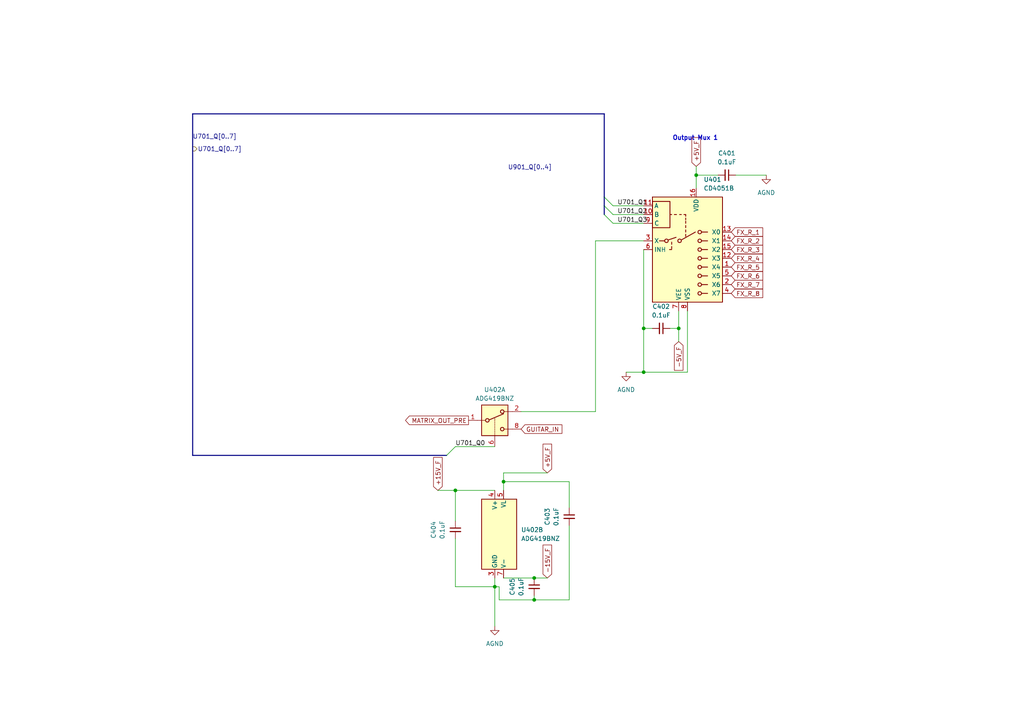
<source format=kicad_sch>
(kicad_sch (version 20250114) (generator "eeschema") (generator_version "9.0")
  (paper "A4")
  (lib_symbols
    (symbol "Analog_Switch:ADG419BN" (pin_names (offset 0.254))
      (property "Reference" "U" (at -3.175 7.493 0))
      (property "Value" "ADG419BN" (at -3.175 5.715 0))
      (symbol "ADG419BN_1_1"
        (polyline (pts (xy -5.08 0) (xy -2.794 0)))
        (rectangle (start -3.81 4.445) (end 3.81 -4.445) (stroke (width 0.254)) (fill (type background)))
        (circle (center -2.159 0) (radius 0.508) (stroke (width 0.254)))
        (polyline (pts (xy -1.651 0.127) (xy 2.54 1.905)) (stroke (width 0.254)))
        (polyline (pts (xy 0 0.254) (xy 0 0.508)))
        (polyline (pts (xy 0 0.254) (xy 0 0.508)))
        (polyline (pts (xy 0 -0.254) (xy 0 0)))
        (polyline (pts (xy 0 -0.762) (xy 0 -0.508)))
        (polyline (pts (xy 0 -1.27) (xy 0 -1.016)))
        (polyline (pts (xy 0 -1.778) (xy 0 -1.524)))
        (polyline (pts (xy 0 -2.286) (xy 0 -2.032)))
        (polyline (pts (xy 0 -2.794) (xy 0 -2.54)))
        (polyline (pts (xy 0 -3.302) (xy 0 -3.048)))
        (polyline (pts (xy 0 -3.81) (xy 0 -3.556)))
        (polyline (pts (xy 0 -4.318) (xy 0 -4.064)))
        (polyline (pts (xy 0 -5.08) (xy 0 -4.572)))
        (circle (center 2.159 2.54) (radius 0.508) (stroke (width 0.254)))
        (circle (center 2.159 -2.54) (radius 0.508) (stroke (width 0.254)))
        (polyline (pts (xy 5.08 2.54) (xy 2.794 2.54)))
        (polyline (pts (xy 5.08 -2.54) (xy 2.794 -2.54)))
        (pin passive line (at -7.62 0 0) (length 2.54) (name "~") (number "1"))
        (pin input line (at 0 -7.62 90) (length 2.54) (name "~") (number "6"))
        (pin passive line (at 7.62 2.54 180) (length 2.54) (name "~") (number "2"))
        (pin passive line (at 7.62 -2.54 180) (length 2.54) (name "~") (number "8"))
      )
      (symbol "ADG419BN_2_0"
        (pin power_in line (at 0 12.7 270) (length 2.54) (name "V+") (number "4"))
        (pin power_in line (at 0 -12.7 90) (length 2.54) (name "GND") (number "3"))
        (pin power_in line (at 2.54 12.7 270) (length 2.54) (name "VL") (number "5"))
        (pin power_in line (at 2.54 -12.7 90) (length 2.54) (name "V-") (number "7"))
      )
      (symbol "ADG419BN_2_1"
        (rectangle (start -3.81 10.16) (end 6.35 -10.16) (stroke (width 0.254)) (fill (type background)))
      )
    )
    (symbol "Analog_Switch:CD4051B"
      (property "Reference" "U" (at -10.16 16.51 0))
      (property "Value" "CD4051B" (at 3.81 16.51 0))
      (symbol "CD4051B_0_1"
        (rectangle (start -10.16 15.24) (end 10.16 -15.24) (stroke (width 0.254)) (fill (type background)))
        (rectangle (start -10.16 6.35) (end -5.08 13.97) (stroke (width 0.254)))
        (polyline (pts (xy -8.128 2.54) (xy -6.604 2.54)) (stroke (width 0.254)))
        (circle (center -6.096 2.54) (radius 0.508) (stroke (width 0.254)))
        (polyline (pts (xy -5.588 2.794) (xy -3.302 3.556)) (stroke (width 0.254)))
        (polyline (pts (xy -4.572 10.16) (xy -5.08 10.16)) (stroke (width 0.254)))
        (polyline (pts (xy -4.572 1.524) (xy -4.572 2.159)) (stroke (width 0.254)))
        (polyline (pts (xy -4.572 0.254) (xy -4.572 0.889)) (stroke (width 0.254)))
        (polyline (pts (xy -4.572 0) (xy -5.207 0)) (stroke (width 0.254)))
        (polyline (pts (xy -3.81 10.16) (xy -3.175 10.16)) (stroke (width 0.254)))
        (circle (center -2.286 2.54) (radius 0.508) (stroke (width 0.254)))
        (polyline (pts (xy -1.778 10.16) (xy -2.286 10.16)) (stroke (width 0.254)))
        (polyline (pts (xy -1.778 2.794) (xy 2.286 5.08)) (stroke (width 0.254)))
        (polyline (pts (xy -0.508 10.16) (xy -1.016 10.16)) (stroke (width 0.254)))
        (polyline (pts (xy -0.508 9.652) (xy -0.508 10.16)) (stroke (width 0.254)))
        (polyline (pts (xy -0.508 8.636) (xy -0.508 9.144)) (stroke (width 0.254)))
        (polyline (pts (xy -0.508 7.62) (xy -0.508 8.255)) (stroke (width 0.254)))
        (polyline (pts (xy -0.508 6.35) (xy -0.508 6.985)) (stroke (width 0.254)))
        (polyline (pts (xy -0.508 5.08) (xy -0.508 5.715)) (stroke (width 0.254)))
        (polyline (pts (xy -0.508 3.81) (xy -0.508 4.445)) (stroke (width 0.254)))
        (circle (center 3.556 5.08) (radius 0.508) (stroke (width 0.254)))
        (circle (center 3.556 2.54) (radius 0.508) (stroke (width 0.254)))
        (circle (center 3.556 0) (radius 0.508) (stroke (width 0.254)))
        (circle (center 3.556 -2.54) (radius 0.508) (stroke (width 0.254)))
        (circle (center 3.556 -5.08) (radius 0.508) (stroke (width 0.254)))
        (circle (center 3.556 -7.62) (radius 0.508) (stroke (width 0.254)))
        (circle (center 3.556 -10.16) (radius 0.508) (stroke (width 0.254)))
        (circle (center 3.556 -12.7) (radius 0.508) (stroke (width 0.254)))
        (polyline (pts (xy 4.064 5.08) (xy 5.842 5.08)) (stroke (width 0.254)))
        (polyline (pts (xy 4.064 2.54) (xy 5.842 2.54)) (stroke (width 0.254)))
        (polyline (pts (xy 4.064 0) (xy 5.842 0)) (stroke (width 0.254)))
        (polyline (pts (xy 4.064 -2.54) (xy 5.842 -2.54)) (stroke (width 0.254)))
        (polyline (pts (xy 4.064 -5.08) (xy 5.842 -5.08)) (stroke (width 0.254)))
        (polyline (pts (xy 4.064 -7.62) (xy 5.842 -7.62)) (stroke (width 0.254)))
        (polyline (pts (xy 4.064 -10.16) (xy 5.842 -10.16)) (stroke (width 0.254)))
        (polyline (pts (xy 4.064 -12.7) (xy 5.842 -12.7)) (stroke (width 0.254)))
      )
      (symbol "CD4051B_1_1"
        (pin input line (at -12.7 12.7 0) (length 2.54) (name "A") (number "11"))
        (pin input line (at -12.7 10.16 0) (length 2.54) (name "B") (number "10"))
        (pin input line (at -12.7 7.62 0) (length 2.54) (name "C") (number "9"))
        (pin bidirectional line (at -12.7 2.54 0) (length 2.54) (name "X") (number "3"))
        (pin input line (at -12.7 0 0) (length 2.54) (name "INH") (number "6"))
        (pin power_in line (at -2.54 -17.78 90) (length 2.54) (name "VEE") (number "7"))
        (pin power_in line (at 0 -17.78 90) (length 2.54) (name "VSS") (number "8"))
        (pin power_in line (at 2.54 17.78 270) (length 2.54) (name "VDD") (number "16"))
        (pin bidirectional line (at 12.7 5.08 180) (length 2.54) (name "X0") (number "13"))
        (pin bidirectional line (at 12.7 2.54 180) (length 2.54) (name "X1") (number "14"))
        (pin bidirectional line (at 12.7 0 180) (length 2.54) (name "X2") (number "15"))
        (pin bidirectional line (at 12.7 -2.54 180) (length 2.54) (name "X3") (number "12"))
        (pin bidirectional line (at 12.7 -5.08 180) (length 2.54) (name "X4") (number "1"))
        (pin bidirectional line (at 12.7 -7.62 180) (length 2.54) (name "X5") (number "5"))
        (pin bidirectional line (at 12.7 -10.16 180) (length 2.54) (name "X6") (number "2"))
        (pin bidirectional line (at 12.7 -12.7 180) (length 2.54) (name "X7") (number "4"))
      )
    )
    (symbol "Device:C_Small" (pin_numbers (hide yes)) (pin_names (offset 0.254) (hide yes))
      (property "Reference" "C" (at 0.254 1.778 0))
      (property "Value" "C_Small" (at 0.254 -2.032 0))
      (symbol "C_Small_0_1"
        (polyline (pts (xy -1.524 0.508) (xy 1.524 0.508)) (stroke (width 0.3048)))
        (polyline (pts (xy -1.524 -0.508) (xy 1.524 -0.508)) (stroke (width 0.3302)))
      )
      (symbol "C_Small_1_1"
        (pin passive line (at 0 2.54 270) (length 2.032) (name "~") (number "1"))
        (pin passive line (at 0 -2.54 90) (length 2.032) (name "~") (number "2"))
      )
    )
    (symbol "power:GND" (power) (pin_numbers (hide yes)) (pin_names (offset 0) (hide yes))
      (property "Value" "GND" (at 0 -3.81 0))
      (symbol "GND_0_1"
        (polyline (pts (xy 0 0) (xy 0 -1.27) (xy 1.27 -1.27) (xy 0 -2.54) (xy -1.27 -1.27) (xy 0 -1.27)))
      )
      (symbol "GND_1_1"
        (pin power_in line (at 0 0 270) (length 0) (name "~") (number "1"))
      )
    )
  )
  (text "Output Mux 1" (at 201.676 40.132 0) (effects (font (size 1.27 1.27) (thickness 0.254) (bold yes))))
  (junction (at 143.51 170.18))
  (junction (at 146.05 139.7))
  (junction (at 186.69 95.25))
  (junction (at 154.94 167.64))
  (junction (at 154.94 173.99))
  (junction (at 201.93 50.8))
  (junction (at 132.08 142.24))
  (junction (at 196.85 95.25))
  (junction (at 186.69 107.95))
  (bus_entry (at 175.26 62.23) (size 2.54 2.54))
  (bus_entry (at 129.54 132.08) (size 2.54 -2.54))
  (bus_entry (at 175.26 59.69) (size 2.54 2.54))
  (bus_entry (at 175.26 57.15) (size 2.54 2.54))
  (wire (pts (xy 143.51 170.18) (xy 143.51 181.61)))
  (wire (pts (xy 146.05 137.16) (xy 146.05 139.7)))
  (wire (pts (xy 172.72 69.85) (xy 172.72 119.38)))
  (wire (pts (xy 186.69 95.25) (xy 189.23 95.25)))
  (wire (pts (xy 165.1 152.4) (xy 165.1 173.99)))
  (wire (pts (xy 132.08 142.24) (xy 143.51 142.24)))
  (wire (pts (xy 172.72 119.38) (xy 151.13 119.38)))
  (wire (pts (xy 186.69 107.95) (xy 199.39 107.95)))
  (bus (pts (xy 55.88 33.02) (xy 55.88 132.08)))
  (bus (pts (xy 175.26 59.69) (xy 175.26 62.23)))
  (wire (pts (xy 146.05 139.7) (xy 146.05 142.24)))
  (wire (pts (xy 201.93 48.26) (xy 201.93 50.8)))
  (wire (pts (xy 165.1 139.7) (xy 146.05 139.7)))
  (wire (pts (xy 132.08 170.18) (xy 143.51 170.18)))
  (wire (pts (xy 132.08 129.54) (xy 143.51 129.54)))
  (wire (pts (xy 196.85 95.25) (xy 196.85 90.17)))
  (wire (pts (xy 201.93 50.8) (xy 201.93 54.61)))
  (wire (pts (xy 213.36 50.8) (xy 222.25 50.8)))
  (wire (pts (xy 186.69 69.85) (xy 172.72 69.85)))
  (wire (pts (xy 143.51 167.64) (xy 143.51 170.18)))
  (wire (pts (xy 154.94 167.64) (xy 146.05 167.64)))
  (wire (pts (xy 186.69 72.39) (xy 186.69 95.25)))
  (bus (pts (xy 55.88 33.02) (xy 175.26 33.02)))
  (wire (pts (xy 186.69 95.25) (xy 186.69 107.95)))
  (wire (pts (xy 127 142.24) (xy 132.08 142.24)))
  (bus (pts (xy 175.26 33.02) (xy 175.26 57.15)))
  (wire (pts (xy 177.8 59.69) (xy 186.69 59.69)))
  (bus (pts (xy 175.26 57.15) (xy 175.26 59.69)))
  (wire (pts (xy 144.78 173.99) (xy 144.78 170.18)))
  (wire (pts (xy 196.85 99.06) (xy 196.85 95.25)))
  (wire (pts (xy 154.94 172.72) (xy 154.94 173.99)))
  (wire (pts (xy 165.1 147.32) (xy 165.1 139.7)))
  (wire (pts (xy 199.39 90.17) (xy 199.39 107.95)))
  (bus (pts (xy 129.54 132.08) (xy 55.88 132.08)))
  (wire (pts (xy 181.61 107.95) (xy 186.69 107.95)))
  (wire (pts (xy 132.08 156.21) (xy 132.08 170.18)))
  (wire (pts (xy 177.8 64.77) (xy 186.69 64.77)))
  (wire (pts (xy 177.8 62.23) (xy 186.69 62.23)))
  (wire (pts (xy 144.78 170.18) (xy 143.51 170.18)))
  (wire (pts (xy 158.75 167.64) (xy 154.94 167.64)))
  (wire (pts (xy 154.94 173.99) (xy 144.78 173.99)))
  (wire (pts (xy 158.75 137.16) (xy 146.05 137.16)))
  (wire (pts (xy 165.1 173.99) (xy 154.94 173.99)))
  (wire (pts (xy 194.31 95.25) (xy 196.85 95.25)))
  (wire (pts (xy 201.93 50.8) (xy 208.28 50.8)))
  (wire (pts (xy 132.08 142.24) (xy 132.08 151.13)))
  (label "U901_Q[0..4]" (at 147.32 49.53 0))
  (label "U701_Q2" (at 179.07 62.23 0))
  (label "U701_Q0" (at 132.08 129.54 0))
  (label "U701_Q1" (at 179.07 59.69 0))
  (label "U701_Q[0..7]" (at 55.88 40.64 0))
  (label "U701_Q3" (at 179.07 64.77 0))
  (global_label "FX_R_7" (shape input) (at 212.09 82.55 0) (property "Intersheetrefs" "${INTERSHEET_REFS}" (effects (hide yes))))
  (global_label "+5V_F" (shape input) (at 158.75 137.16 90) (property "Intersheetrefs" "${INTERSHEET_REFS}" (effects (hide yes))))
  (global_label "FX_R_3" (shape input) (at 212.09 72.39 0) (property "Intersheetrefs" "${INTERSHEET_REFS}" (effects (hide yes))))
  (global_label "FX_R_8" (shape input) (at 212.09 85.09 0) (property "Intersheetrefs" "${INTERSHEET_REFS}" (effects (hide yes))))
  (global_label "-5V_F" (shape input) (at 196.85 99.06 270) (property "Intersheetrefs" "${INTERSHEET_REFS}" (effects (hide yes))))
  (global_label "FX_R_6" (shape input) (at 212.09 80.01 0) (property "Intersheetrefs" "${INTERSHEET_REFS}" (effects (hide yes))))
  (global_label "+5V_F" (shape input) (at 201.93 48.26 90) (property "Intersheetrefs" "${INTERSHEET_REFS}" (effects (hide yes))))
  (global_label "FX_R_5" (shape input) (at 212.09 77.47 0) (property "Intersheetrefs" "${INTERSHEET_REFS}" (effects (hide yes))))
  (global_label "MATRIX_OUT_PRE" (shape output) (at 135.89 121.92 180) (property "Intersheetrefs" "${INTERSHEET_REFS}" (effects (hide yes))))
  (global_label "GUITAR_IN" (shape input) (at 151.13 124.46 0) (property "Intersheetrefs" "${INTERSHEET_REFS}" (effects (hide yes))))
  (global_label "FX_R_1" (shape input) (at 212.09 67.31 0) (property "Intersheetrefs" "${INTERSHEET_REFS}" (effects (hide yes))))
  (global_label "FX_R_2" (shape input) (at 212.09 69.85 0) (property "Intersheetrefs" "${INTERSHEET_REFS}" (effects (hide yes))))
  (global_label "+15V_F" (shape input) (at 127 142.24 90) (property "Intersheetrefs" "${INTERSHEET_REFS}" (effects (hide yes))))
  (global_label "-15V_F" (shape input) (at 158.75 167.64 90) (property "Intersheetrefs" "${INTERSHEET_REFS}" (effects (hide yes))))
  (global_label "FX_R_4" (shape input) (at 212.09 74.93 0) (property "Intersheetrefs" "${INTERSHEET_REFS}" (effects (hide yes))))
  (hierarchical_label "U701_Q[0..7]" (shape output) (at 55.88 43.18 0))
  (symbol (lib_id "Device:C_Small") (at 132.08 153.67 0) (unit 1)
    (property "Reference" "C404" (at 125.73 153.6764 90))
    (property "Value" "0.1uF" (at 128.27 153.6764 90))
    (property "Footprint" "Capacitor_THT:C_Disc_D5.0mm_W2.5mm_P2.50mm" (effects (hide yes)))
    (property "Description" "Unpolarized capacitor, small symbol" (effects (hide yes)))
  )
  (symbol (lib_id "Analog_Switch:ADG419BN") (at 143.51 121.92 0) (unit 1)
    (property "Reference" "U402" (at 143.51 113.03 0))
    (property "Value" "ADG419BNZ" (at 143.51 115.57 0))
    (property "Footprint" "Package_DIP:DIP-8_W7.62mm" (effects (hide yes)))
    (property "Datasheet" "https://www.analog.com/media/en/technical-documentation/data-sheets/ADG419.pdf" (effects (hide yes)))
    (property "Description" "Single SPDT Monolithic LC²MOS Analog Switch, 25Ohm Ron, DIP-8" (effects (hide yes)))
  )
  (symbol (lib_id "Analog_Switch:ADG419BN") (at 143.51 154.94 0) (unit 2)
    (property "Reference" "U402" (at 151.13 153.6699 0) (effects (justify left)))
    (property "Value" "ADG419BNZ" (at 151.13 156.2099 0) (effects (justify left)))
    (property "Footprint" "Package_DIP:DIP-8_W7.62mm" (effects (hide yes)))
    (property "Datasheet" "https://www.analog.com/media/en/technical-documentation/data-sheets/ADG419.pdf" (effects (hide yes)))
    (property "Description" "Single SPDT Monolithic LC²MOS Analog Switch, 25Ohm Ron, DIP-8" (effects (hide yes)))
  )
  (symbol (lib_id "power:GND") (at 222.25 50.8 0) (unit 1)
    (property "Reference" "#PWR0401" (effects (hide yes)))
    (property "Value" "AGND" (at 222.25 55.88 0))
    (property "Description" "Power symbol creates a global label with name \"GND\" , ground" (effects (hide yes)))
  )
  (symbol (lib_id "power:GND") (at 143.51 181.61 0) (unit 1)
    (property "Reference" "#PWR0403" (effects (hide yes)))
    (property "Value" "AGND" (at 143.51 186.69 0))
    (property "Description" "Power symbol creates a global label with name \"GND\" , ground" (effects (hide yes)))
  )
  (symbol (lib_id "Device:C_Small") (at 191.77 95.25 270) (unit 1)
    (property "Reference" "C402" (at 191.7636 88.9 90))
    (property "Value" "0.1uF" (at 191.7636 91.44 90))
    (property "Footprint" "Capacitor_THT:C_Disc_D5.0mm_W2.5mm_P2.50mm" (effects (hide yes)))
    (property "Description" "Unpolarized capacitor, small symbol" (effects (hide yes)))
  )
  (symbol (lib_id "Device:C_Small") (at 154.94 170.18 0) (unit 1)
    (property "Reference" "C405" (at 148.59 170.1864 90))
    (property "Value" "0.1uF" (at 151.13 170.1864 90))
    (property "Footprint" "Capacitor_THT:C_Disc_D5.0mm_W2.5mm_P2.50mm" (effects (hide yes)))
    (property "Description" "Unpolarized capacitor, small symbol" (effects (hide yes)))
  )
  (symbol (lib_id "Device:C_Small") (at 210.82 50.8 270) (unit 1)
    (property "Reference" "C401" (at 210.8136 44.45 90))
    (property "Value" "0.1uF" (at 210.8136 46.99 90))
    (property "Footprint" "Capacitor_THT:C_Disc_D5.0mm_W2.5mm_P2.50mm" (effects (hide yes)))
    (property "Description" "Unpolarized capacitor, small symbol" (effects (hide yes)))
  )
  (symbol (lib_id "Analog_Switch:CD4051B") (at 199.39 72.39 0) (unit 1)
    (property "Reference" "U401" (at 204.0733 52.07 0) (effects (justify left)))
    (property "Value" "CD4051B" (at 204.0733 54.61 0) (effects (justify left)))
    (property "Footprint" "Package_DIP:DIP-16_W7.62mm" (effects (hide yes)))
    (property "Datasheet" "http://www.ti.com/lit/ds/symlink/cd4052b.pdf" (effects (hide yes)))
    (property "Description" "CMOS single 8-channel analog multiplexer demultiplexer, TSSOP-16/DIP-16/SOIC-16" (effects (hide yes)))
  )
  (symbol (lib_id "power:GND") (at 181.61 107.95 0) (unit 1)
    (property "Reference" "#PWR0402" (effects (hide yes)))
    (property "Value" "AGND" (at 181.61 113.03 0))
    (property "Description" "Power symbol creates a global label with name \"GND\" , ground" (effects (hide yes)))
  )
  (symbol (lib_id "Device:C_Small") (at 165.1 149.86 0) (unit 1)
    (property "Reference" "C403" (at 158.75 149.8664 90))
    (property "Value" "0.1uF" (at 161.29 149.8664 90))
    (property "Footprint" "Capacitor_THT:C_Disc_D5.0mm_W2.5mm_P2.50mm" (effects (hide yes)))
    (property "Description" "Unpolarized capacitor, small symbol" (effects (hide yes)))
  )
)
</source>
